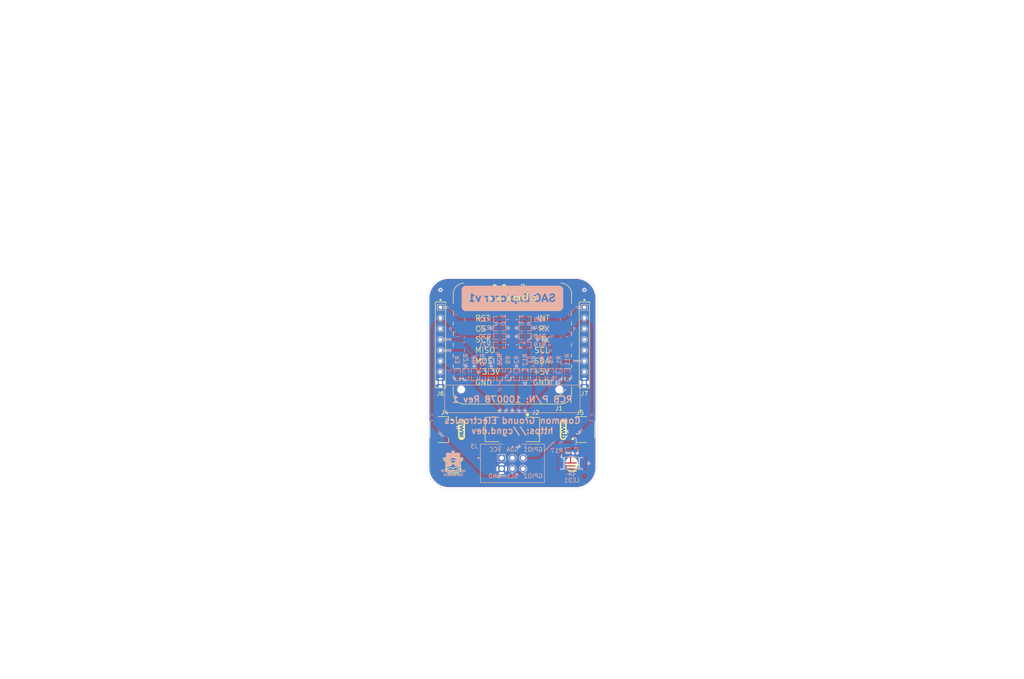
<source format=kicad_pcb>
(kicad_pcb (version 20240108) (generator "pcbnew") (generator_version "8.0")
  (title_block (title "SAO Explorer v1") (date "2024-10-06") (rev "1") (company "Common Ground Electronics") (comment 1 "PCB P/N: ${PCB_PART_NUMBER}") (comment 3 "SPDX-License-Identifier: ${SPDX_LICENSE_ID}") (comment 4 "SPDX-FileCopyrightText: © ${COPYRIGHT_HOLDER} <${COPYRIGHT_HOLDER_CONTACT}>"))
  (layers (0 "F.Cu" signal) (1 "In1.Cu" power) (2 "In2.Cu" power) (31 "B.Cu" signal) (34 "B.Paste" user) (35 "F.Paste" user) (36 "B.SilkS" user "B.Silkscreen") (37 "F.SilkS" user "F.Silkscreen") (38 "B.Mask" user) (39 "F.Mask" user) (44 "Edge.Cuts" user))
  (property "COMPANY_URL" "https://cgnd.dev")
  (property "COPYRIGHT_HOLDER" "Common Ground Electronics")
  (property "COPYRIGHT_HOLDER_CONTACT" "${COMPANY_URL}")
  (property "PCB_PART_NUMBER" "100078")
  (property "SPDX_LICENSE_ID" "CERN-OHL-P-2.0")
  (net 0 "")
  (net 1 "/BINHO_IO1")
  (net 2 "/MIKROBUS_PWM")
  (net 3 "/~{MIKROBUS_RST}")
  (net 4 "GND")
  (net 5 "/BINHO_IO0")
  (net 6 "/BINHO_IO3")
  (net 7 "/I2C_SDA")
  (net 8 "/BINHO_IO2")
  (net 9 "/BINHO_IO4")
  (net 10 "/SPI_PICO")
  (net 11 "/~{SPI_CS}")
  (net 12 "+3.3V")
  (net 13 "+5V")
  (net 14 "/I2C_SCL")
  (net 15 "/SPI_POCI")
  (net 16 "/SPI_SCK")
  (net 21 "/MIKROBUS_AN")
  (net 22 "Net-(LED1-Cathode)")
  (net 23 "/~{MIKROBUS_INT}")
  (net 24 "/MIKROBUS_RX")
  (net 25 "/MIKROBUS_TX")
  (footprint "SAO_Explorer:MIKROE_MIKROE-4248" (layer "F.Cu") (at 139.7 98.95)
    (property "Reference" "J1")
    (property "Value" "mikroBUS Socket" (hide yes))
  )
  (footprint "SAO_Explorer:LOGO_SPARKFUN_QWIIC_500X160_SILKSCREEN" (layer "F.Cu") (at 127.7 118.95 -90)
    (property "Reference" "LOGO4" (hide yes))
    (property "Value" "Qwiic logo" (hide yes))
  )
  (footprint "SAO_Explorer:FIDC50M100K100L" (layer "F.Cu") (at 139.7 130.95)
    (property "Reference" "FID1" (hide yes))
    (property "Value" "Fiducial" (hide yes))
  )
  (footprint "SAO_Explorer:LOGO_SPARKFUN_QWIIC_500X160_SILKSCREEN" (layer "F.Cu") (at 151.7 118.95 90)
    (property "Reference" "LOGO3" (hide yes))
    (property "Value" "Qwiic logo" (hide yes))
  )
  (footprint "SAO_Explorer:LOGO_LEGO_EXPLORER_OUTLINE_500X500_SILKSCREEN" (layer "F.Cu") (at 125.7 126.95)
    (property "Reference" "LOGO1" (hide yes))
    (property "Value" "LEGO explorer logo" (hide yes))
  )
  (footprint "SAO_Explorer:FIDC50M100K100L" (layer "F.Cu") (at 156.7 85.95)
    (property "Reference" "FID3" (hide yes))
    (property "Value" "Fiducial" (hide yes))
  )
  (footprint "SAO_Explorer:LOGO_CGND_500X500_BACKLIT" (layer "F.Cu") (at 153.7 126.95)
    (property "Reference" "LOGO2" (hide yes))
    (property "Value" "CGND logo" (hide yes))
  )
  (footprint "SAO_Explorer:JST_SM04B-SRxS" (layer "F.Cu") (at 156.97 118.95 90)
    (property "Reference" "J5")
    (property "Value" "Qwiic RA" (hide yes))
  )
  (footprint "SAO_Explorer:JST_SM04B-SRxS" (layer "F.Cu") (at 122.43 118.95 -90)
    (property "Reference" "J4")
    (property "Value" "Qwiic RA" (hide yes))
  )
  (footprint "SAO_Explorer:FIDC50M100K100L" (layer "F.Cu") (at 122.7 85.95)
    (property "Reference" "FID2" (hide yes))
    (property "Value" "Fiducial" (hide yes))
  )
  (footprint "SAO_Explorer:HDRV8W67P254_8X1_2032X241H858" (layer "F.Cu") (at 156.7 90.06 -90)
    (property "Reference" "J7")
    (property "Value" "Header 1x8" (hide yes))
  )
  (footprint "SAO_Explorer:HDRV8W67P254_8X1_2032X241H858" (layer "F.Cu") (at 122.7 90.06 -90)
    (property "Reference" "J6")
    (property "Value" "Header 1x8" (hide yes))
  )
  (footprint "SAO_Explorer:SAMTEC_SHF-105-01-x-D-SM" (layer "F.Cu") (at 139.7 118.95 180)
    (property "Reference" "J2")
    (property "Value" "Binho Nova Header" (hide yes))
  )
  (footprint "SAO_Explorer:RESC160X80X55L25N" (layer "B.Cu") (at 138.7 105.95 -90)
    (property "Reference" "R9")
    (property "Value" "0 Ω" (hide yes))
  )
  (footprint "SAO_Explorer:RESC160X80X55L25N" (layer "B.Cu") (at 136.7 92.95 180)
    (property "Reference" "R23")
    (property "Value" "10 kΩ" (hide yes))
  )
  (footprint "SAO_Explorer:LOGO_OSHW_570X600_SILKSCREEN" (layer "B.Cu") (at 125.7 126.95 180)
    (property "Reference" "LOGO5" (hide yes))
    (property "Value" "OSHW logo" (hide yes))
  )
  (footprint "SAO_Explorer:SUNLED_XZVG45WT-9_CGND_LOGO" (layer "B.Cu") (at 153.7 126.95)
    (property "Reference" "LED1")
    (property "Value" "GREEN" (hide yes))
  )
  (footprint "SAO_Explorer:RESC160X80X55L25N" (layer "B.Cu") (at 140.7 105.95 -90)
    (property "Reference" "R2")
    (property "Value" "0 Ω" (hide yes))
  )
  (footprint "SAO_Explorer:RESC160X80X55L25N" (layer "B.Cu") (at 153.7 123.95 180)
    (property "Reference" "R17")
    (property "Value" "470 Ω" (hide yes))
  )
  (footprint "SAO_Explorer:FIDC50M100K100L" (layer "B.Cu") (at 156.7 85.95 180)
    (property "Reference" "FID4" (hide yes))
    (property "Value" "Fiducial" (hide yes))
  )
  (footprint "SAO_Explorer:SHDRV6W64P254_3X2_1512X910H910_SAO_V2" (layer "B.Cu") (at 137.16 125.68)
    (property "Reference" "J3")
    (property "Value" "SAO Header" (hide yes))
  )
  (footprint "SAO_Explorer:RESC160X80X55L25N" (layer "B.Cu") (at 152.7 105.95 -90)
    (property "Reference" "R11")
    (property "Value" "10 kΩ" (hide yes))
  )
  (footprint "SAO_Explorer:RESC160X80X55L25N" (layer "B.Cu") (at 136.7 94.95)
    (property "Reference" "R22")
    (property "Value" "10 kΩ" (hide yes))
  )
  (footprint "SAO_Explorer:RESC160X80X55L25N" (layer "B.Cu") (at 150.7 105.95 -90)
    (property "Reference" "R1")
    (property "Value" "0 Ω" (hide yes))
  )
  (footprint "SAO_Explorer:RESC160X80X55L25N" (layer "B.Cu") (at 126.7 105.95 -90)
    (property "Reference" "R3")
    (property "Value" "0 Ω" (hide yes))
  )
  (footprint "SAO_Explorer:FIDC50M100K100L" (layer "B.Cu") (at 122.7 85.95 180)
    (property "Reference" "FID5" (hide yes))
    (property "Value" "Fiducial" (hide yes))
  )
  (footprint "SAO_Explorer:RESC160X80X55L25N" (layer "B.Cu") (at 146.7 105.95 -90)
    (property "Reference" "R4")
    (property "Value" "0 Ω" (hide yes))
  )
  (footprint "SAO_Explorer:RESC160X80X55L25N" (layer "B.Cu") (at 148.7 105.95 -90)
    (property "Reference" "R5")
    (property "Value" "0 Ω" (hide yes))
  )
  (footprint "SAO_Explorer:RESC160X80X55L25N" (layer "B.Cu") (at 132.7 105.95 -90)
    (property "Reference" "R10")
    (property "Value" "0 Ω" (hide yes))
  )
  (footprint "SAO_Explorer:RESC160X80X55L25N" (layer "B.Cu") (at 128.7 105.95 -90)
    (property "Reference" "R27")
    (property "Value" "0 Ω" (hide yes))
  )
  (footprint "SAO_Explorer:RESC160X80X55L25N" (layer "B.Cu") (at 144.7 105.95 -90)
    (property "Reference" "R6")
    (property "Value" "0 Ω" (hide yes))
  )
  (footprint "SAO_Explorer:FIDC50M100K100L" (layer "B.Cu") (at 156.7 129.95 180)
    (property "Reference" "FID6" (hide yes))
    (property "Value" "Fiducial" (hide yes))
  )
  (footprint "SAO_Explorer:RESC160X80X55L25N" (layer "B.Cu") (at 142.7 94.95 180)
    (property "Reference" "R24")
    (property "Value" "10 kΩ" (hide yes))
  )
  (footprint "SAO_Explorer:RESC160X80X55L25N" (layer "B.Cu") (at 130.7 105.95 -90)
    (property "Reference" "R8")
    (property "Value" "0 Ω" (hide yes))
  )
  (footprint "SAO_Explorer:RESC160X80X55L25N" (layer "B.Cu") (at 136.7 98.95 180)
    (property "Reference" "R21")
    (property "Value" "10 kΩ" (hide yes))
  )
  (footprint "SAO_Explorer:RESC160X80X55L25N" (layer "B.Cu") (at 142.7 96.95 180)
    (property "Reference" "R18")
    (property "Value" "10 kΩ" (hide yes))
  )
  (footprint "SAO_Explorer:RESC160X80X55L25N" (layer "B.Cu") (at 136.7 96.95)
    (property "Reference" "R20")
    (property "Value" "10 kΩ" (hide yes))
  )
  (footprint "SAO_Explorer:RESC160X80X55L25N" (layer "B.Cu") (at 136.7 105.95 -90)
    (property "Reference" "R26")
    (property "Value" "0 Ω" (hide yes))
  )
  (footprint "SAO_Explorer:RESC160X80X55L25N" (layer "B.Cu") (at 142.7 92.95)
    (property "Reference" "R25")
    (property "Value" "10 kΩ" (hide yes))
  )
  (footprint "SAO_Explorer:RESC160X80X55L25N" (layer "B.Cu") (at 134.7 105.95 -90)
    (property "Reference" "R7")
    (property "Value" "0 Ω" (hide yes))
  )
  (footprint "SAO_Explorer:RESC160X80X55L25N" (layer "B.Cu") (at 142.7 105.95 -90)
    (property "Reference" "R12")
    (property "Value" "10 kΩ" (hide yes))
  )
  (footprint "SAO_Explorer:RESC160X80X55L25N" (layer "B.Cu") (at 142.7 98.95)
    (property "Reference" "R19")
    (property "Value" "10 kΩ" (hide yes))
  )
  (gr_poly (pts (xy 134.995297 87.638327) (xy 135.083667 87.693091) (xy 135.109699 87.721939) (xy 135.157624 87.811058) (xy 135.18016 87.904633) (xy 134.607286 87.904633) (xy 134.607889 87.896606) (xy 134.634079 87.80093) (xy 134.678855 87.722916) (xy 134.752107 87.657447) (xy 134.85191 87.624269) (xy 134.892811 87.6218)) (fill solid) (layer "B.SilkS"))
  (gr_poly (pts (xy 127.7 87.95) (xy 127.7 88.95) (arc (start 127.7 89.95) (mid 127.992893 90.657107) (end 128.7 90.95)) (arc (start 150.7 90.95) (mid 151.407107 90.657107) (end 151.7 89.95)) (xy 151.7 88.95) (xy 151.7 87.95) (xy 150 87.95) (xy 150 89.55) (xy 129.4 89.55) (xy 129.4 87.95)) (fill solid) (layer "B.SilkS"))
  (gr_poly (pts (xy 140.096459 87.636981) (xy 140.187019 87.687691) (xy 140.226098 87.729755) (xy 140.275809 87.82398) (xy 140.299709 87.922755) (xy 140.307596 88.027396) (xy 140.307675 88.039944) (xy 140.301029 88.14647) (xy 140.278055 88.248518) (xy 140.23383 88.340935) (xy 140.223656 88.355505) (xy 140.150658 88.424565) (xy 140.058426 88.461751) (xy 139.986252 88.468834) (xy 139.883235 88.452897) (xy 139.797666 88.405087) (xy 139.750313 88.355505) (xy 139.700531 88.267501) (xy 139.673206 88.170567) (xy 139.663216 88.069541) (xy 139.662874 88.045317) (xy 139.669675 87.938825) (xy 139.693183 87.837541) (xy 139.738437 87.746845) (xy 139.748848 87.732686) (xy 139.823128 87.665115) (xy 139.917742 87.62873) (xy 139.992114 87.6218)) (fill solid) (layer "B.SilkS"))
  (gr_rect (start 123.7 108.45) (end 155.7 114.95) (stroke (width 0.15)) (fill none) (layer "B.SilkS"))
  (gr_poly (pts (xy 137.667209 87.634672) (xy 137.755538 87.678075) (xy 137.809071 87.730732) (xy 137.857741 87.81659) (xy 137.884455 87.913677) (xy 137.894222 88.016554) (xy 137.894556 88.041409) (xy 137.88791 88.150026) (xy 137.864936 88.252856) (xy 137.820711 88.344261) (xy 137.810537 88.358436) (xy 137.736989 88.42571) (xy 137.643108 88.461934) (xy 137.569225 88.468834) (xy 137.470022 88.455789) (xy 137.38142 88.411802) (xy 137.328401 88.358436) (xy 137.280288 88.271167) (xy 137.253879 88.172096) (xy 137.244223 88.066862) (xy 137.243893 88.041409) (xy 137.250694 87.935269) (xy 137.274202 87.834557) (xy 137.319456 87.744711) (xy 137.329867 87.730732) (xy 137.403597 87.664352) (xy 137.496562 87.628608) (xy 137.569225 87.6218)) (fill solid) (layer "B.SilkS"))
  (gr_poly (pts (xy 147.602368 87.999888) (xy 147.145363 87.999888) (xy 147.373865 87.322439)) (fill solid) (layer "B.SilkS"))
  (gr_poly (pts (xy 129.4 87.95) (xy 129.4 86.55) (xy 150 86.55) (xy 150 87.95) (xy 151.7 87.95) (xy 151.7 86.95) (arc (start 151.7 85.95) (mid 151.407107 85.242893) (end 150.7 84.95)) (arc (start 128.7 84.95) (mid 127.992893 85.242893) (end 127.7 85.95)) (xy 127.7 86.95) (xy 127.7 87.95)) (fill solid) (layer "B.SilkS"))
  (gr_poly (pts (xy 150.049507 89.59622) (xy 129.315321 89.59622) (xy 129.315321 88.593398) (xy 129.537543 88.593398) (xy 129.563171 88.688691) (xy 129.591765 88.725289) (xy 129.676479 88.774657) (xy 129.721702 88.78) (xy 130.537473 88.78) (xy 130.633165 88.75414) (xy 130.668876 88.725289) (xy 130.71648 88.639232) (xy 130.721632 88.593398) (xy 130.696696 88.496573) (xy 130.668876 88.460041) (xy 130.583889 88.410233) (xy 130.537473 88.404842) (xy 130.287857 88.404842) (xy 130.287857 87.318792) (xy 130.37725 87.401493) (xy 130.456335 87.462529) (xy 130.481786 87.477208) (xy 130.563363 87.498213) (xy 130.659991 87.467164) (xy 130.687927 87.443014) (xy 130.691502 87.436664) (xy 131.002511 87.436664) (xy 131.004328 87.536094) (xy 131.00935 87.549504) (xy 131.4739 88.677906) (xy 131.52969 88.759205) (xy 131.551081 88.776092) (xy 131.644687 88.810713) (xy 131.658548 88.811263) (xy 131.755253 88.785457) (xy 131.767969 88.777557) (xy 131.833282 88.701353) (xy 131.843684 88.677906) (xy 132.274528 87.549504) (xy 132.283579 87.467438) (xy 133.074179 87.467438) (xy 133.101424 87.562521) (xy 133.131821 87.59933) (xy 133.219256 87.648006) (xy 133.274458 87.654528) (xy 133.372763 87.667074) (xy 133.443474 87.698981) (xy 133.515332 87.768474) (xy 133.539706 87.813775) (xy 133.565121 87.911568) (xy 133.568527 87.967159) (xy 133.568527 88.626127) (xy 133.595079 88.720307) (xy 133.624703 88.756552) (xy 133.712817 88.80592) (xy 133.760502 88.811263) (xy 133.856697 88.785403) (xy 133.893858 88.756552) (xy 133.944107 88.671397) (xy 133.949546 88.626127) (xy 133.949546 87.930523) (xy 134.21919 87.930523) (xy 134.235044 88.030296) (xy 134.275366 88.09612) (xy 134.361471 88.145064) (xy 134.443405 88.154738) (xy 135.17704 88.154738) (xy 135.1616 88.230506) (xy 135.12088 88.322193) (xy 135.093579 88.359413) (xy 135.013483 88.426092) (xy 134.916076 88.461995) (xy 134.84152 88.468834) (xy 134.742526 88.456622) (xy 134.695952 88.437571) (xy 134.614985 88.376755) (xy 134.589462 88.350621) (xy 134.5836 88.344759) (xy 134.51277 88.289071) (xy 134.426796 88.268066) (xy 134.329618 88.296918) (xy 134.304186 88.319357) (xy 134.259307 88.408201) (xy 134.256315 88.443433) (xy 134.278511 88.542751) (xy 134.334961 88.624661) (xy 134.413968 88.692248) (xy 134.505582 88.743621) (xy 134.545498 88.76046) (xy 134.639463 88.789384) (xy 134.740009 88.806301) (xy 134.837124 88.811263) (xy 134.939676 88.805462) (xy 135.036793 88.78806) (xy 135.139554 88.754614) (xy 135.214724 88.71845) (xy 135.302703 88.660022) (xy 135.379244 88.589152) (xy 135.444348 88.50584) (xy 135.475575 88.45418) (xy 135.516608 88.364939) (xy 135.545917 88.268677) (xy 135.563502 88.165393) (xy 135.569364 88.055087) (xy 135.564113 87.94936) (xy 135.548359 87.848579) (xy 135.522103 87.752745) (xy 135.485345 87.661856) (xy 135.432558 87.568025) (xy 135.368721 87.486018) (xy 135.348895 87.467438) (xy 135.702232 87.467438) (xy 135.729477 87.562521) (xy 135.759874 87.59933) (xy 135.847309 87.648006) (xy 135.902511 87.654528) (xy 136.000816 87.667074) (xy 136.071527 87.698981) (xy 136.143385 87.768474) (xy 136.167759 87.813775) (xy 136.193174 87.911568) (xy 136.19658 87.967159) (xy 136.19658 88.626127) (xy 136.223132 88.720307) (xy 136.252756 88.756552) (xy 136.34087 88.80592) (xy 136.388555 88.811263) (xy 136.48475 88.785403) (xy 136.521911 88.756552) (xy 136.57216 88.671397) (xy 136.577599 88.626127) (xy 136.577599 88.041409) (xy 136.862874 88.041409) (xy 136.868492 88.148143) (xy 136.885345 88.249504) (xy 136.913433 88.345491) (xy 136.952756 88.436106) (xy 137.008681 88.528799) (xy 137.075888 88.609591) (xy 137.154379 88.678481) (xy 137.20286 88.711612) (xy 137.296893 88.759783) (xy 137.39819 88.792189) (xy 137.506751 88.80883) (xy 137.570202 88.811263) (xy 137.670799 88.805034) (xy 137.776892 88.783138) (xy 137.875488 88.745477) (xy 137.937054 88.711612) (xy 138.021144 88.649332) (xy 138.094259 88.575152) (xy 138.156401 88.489071) (xy 138.186182 88.436106) (xy 138.225291 88.345491) (xy 138.253227 88.249504) (xy 138.269988 88.148143) (xy 138.275575 88.041409) (xy 138.269988 87.936934) (xy 138.253227 87.837466) (xy 138.225291 87.743005) (xy 138.186182 87.653551) (xy 138.130137 87.561369) (xy 138.063118 87.481011) (xy 137.985125 87.412477) (xy 137.937054 87.379511) (xy 137.843455 87.331104) (xy 137.74236 87.298539) (xy 137.633769 87.281816) (xy 137.570202 87.279371) (xy 137.469757 87.28563) (xy 137.363617 87.307633) (xy 137.264742 87.345479) (xy 137.20286 87.379511) (xy 137.118101 87.441477) (xy 137.044625 87.515266) (xy 136.982432 87.600879) (xy 136.952756 87.653551) (xy 136.913433 87.743005) (xy 136.885345 87.837466) (xy 136.868492 87.936934) (xy 136.862874 88.041409) (xy 136.577599 88.041409) (xy 136.577599 87.495771) (xy 136.551278 87.40159) (xy 136.521911 87.365345) (xy 136.43661 87.317099) (xy 136.382693 87.310635) (xy 136.287594 87.333565) (xy 136.248359 87.363879) (xy 136.200676 87.453541) (xy 136.19787 87.482465) (xy 136.141503 87.405034) (xy 136.071527 87.338967) (xy 135.98546 87.292466) (xy 135.901046 87.279371) (xy 135.805448 87.300552) (xy 135.758897 87.333593) (xy 135.707766 87.419945) (xy 135.702232 87.467438) (xy 135.348895 87.467438) (xy 135.293832 87.415835) (xy 135.247452 87.381953) (xy 135.156876 87.332365) (xy 135.058803 87.299006) (xy 134.953234 87.281876) (xy 134.891346 87.279371) (xy 134.783068 87.286945) (xy 134.6819 87.309665) (xy 134.587842 87.347532) (xy 134.538659 87.375115) (xy 134.457511 87.433139) (xy 134.38067 87.508034) (xy 134.317854 87.5939) (xy 134.301744 87.6218) (xy 134.258209 87.717016) (xy 134.230799 87.813378) (xy 134.220236 87.904633) (xy 134.219512 87.910884) (xy 134.21919 87.930523) (xy 133.949546 87.930523) (xy 133.949546 87.495771) (xy 133.923225 87.40159) (xy 133.893858 87.365345) (xy 133.808557 87.317099) (xy 133.75464 87.310635) (xy 133.659541 87.333565) (xy 133.620306 87.363879) (xy 133.572623 87.453541) (xy 133.569817 87.482465) (xy 133.51345 87.405034) (xy 133.443474 87.338967) (xy 133.357407 87.292466) (xy 133.272993 87.279371) (xy 133.177395 87.300552) (xy 133.130844 87.333593) (xy 133.079713 87.419945) (xy 133.074179 87.467438) (xy 132.283579 87.467438) (xy 132.285568 87.449401) (xy 132.283321 87.438129) (xy 132.236811 87.349347) (xy 132.223237 87.336036) (xy 132.132026 87.296446) (xy 132.106489 87.295003) (xy 132.010746 87.321183) (xy 131.999022 87.329197) (xy 131.934569 87.40433) (xy 131.930146 87.413705) (xy 131.634739 88.191205) (xy 131.331262 87.413705) (xy 131.271013 87.333477) (xy 131.265317 87.329197) (xy 131.172724 87.295137) (xy 131.166154 87.295003) (xy 131.072174 87.326419) (xy 131.06113 87.336036) (xy 131.007935 87.418494) (xy 131.002511 87.436664) (xy 130.691502 87.436664) (xy 130.735972 87.35767) (xy 130.741172 87.313077) (xy 130.72554 87.241758) (xy 130.678645 87.182163) (xy 130.34676 86.903237) (xy 138.594068 86.903237) (xy 138.594068 88.62173) (xy 138.620619 88.717275) (xy 138.650243 88.754598) (xy 138.738358 88.805729) (xy 138.786042 88.811263) (xy 138.882238 88.78448) (xy 138.919399 88.754598) (xy 138.969648 88.667449) (xy 138.975086 88.62173) (xy 138.975086 88.041409) (xy 139.281855 88.041409) (xy 139.28203 88.045317) (xy 139.286466 88.144419) (xy 139.300296 88.242909) (xy 139.326876 88.348311) (xy 139.355617 88.426336) (xy 139.402517 88.518746) (xy 139.460237 88.600336) (xy 139.528775 88.671107) (xy 139.571527 88.70575) (xy 139.655853 88.756754) (xy 139.748911 88.791067) (xy 139.850701 88.808687) (xy 139.911025 88.811263) (xy 140.015851 88.80247) (xy 140.115459 88.7731) (xy 140.163084 88.748736) (xy 140.24472 88.687701) (xy 140.307675 88.621522) (xy 140.307675 89.184466) (xy 140.334227 89.282613) (xy 140.363851 89.319288) (xy 140.451966 89.368655) (xy 140.49965 89.373998) (xy 140.597798 89.34837) (xy 140.634472 89.319776) (xy 140.683399 89.233425) (xy 140.688694 89.185931) (xy 140.688694 87.495771) (xy 140.956384 87.495771) (xy 140.984205 87.590864) (xy 140.995463 87.607634) (xy 141.330703 88.064054) (xy 140.992532 88.511332) (xy 140.957267 88.60555) (xy 140.956384 88.626127) (xy 140.983134 88.724116) (xy 141.008164 88.756552) (xy 141.094962 88.806935) (xy 141.135659 88.811263) (xy 141.220167 88.791723) (xy 141.284158 88.73799) (xy 141.58145 88.34478) (xy 141.876203 88.735059) (xy 141.940683 88.791723) (xy 142.024703 88.811263) (xy 142.121935 88.782999) (xy 142.153663 88.756552) (xy 142.201708 88.671397) (xy 142.206908 88.626127) (xy 142.202319 88.60903) (xy 142.394486 88.60903) (xy 142.421689 88.705841) (xy 142.442846 88.731639) (xy 142.532239 88.776977) (xy 142.569853 88.78) (xy 143.310885 88.78) (xy 143.501395 88.78) (xy 143.597766 88.757069) (xy 143.638171 88.726755) (xy 143.686657 88.638325) (xy 143.691904 88.588513) (xy 143.691904 87.782023) (xy 144.704047 87.782023) (xy 144.704064 87.782512) (xy 144.707893 87.893043) (xy 144.719434 87.999323) (xy 144.738668 88.100863) (xy 144.765596 88.197663) (xy 144.800217 88.289724) (xy 144.813467 88.319357) (xy 144.865286 88.416891) (xy 144.925426 88.504326) (xy 144.993888 88.581663) (xy 145.07067 88.648902) (xy 145.118283 88.682791) (xy 145.206529 88.73285) (xy 145.299871 88.770613) (xy 145.398309 88.796082) (xy 145.501843 88.809255) (xy 145.563293 88.811263) (xy 145.671024 88.805115) (xy 145.773239 88.786672) (xy 145.869937 88.755934) (xy 145.961119 88.712901) (xy 146.010746 88.682791) (xy 146.045401 88.656489) (xy 146.532323 88.656489) (xy 146.536845 88.680348) (xy 146.584671 88.769178) (xy 146.602302 88.785373) (xy 146.692844 88.824907) (xy 146.72247 88.826894) (xy 146.820898 88.803594) (xy 146.837752 88.794166) (xy 146.902774 88.718672) (xy 146.907606 88.704773) (xy 147.029862 88.342316) (xy 147.717869 88.342316) (xy 147.840125 88.704773) (xy 147.896117 88.785716) (xy 147.908513 88.794166) (xy 148.002846 88.826095) (xy 148.021841 88.826894) (xy 148.117055 88.80393) (xy 148.146894 88.782442) (xy 148.202946 88.701525) (xy 148.211374 88.674487) (xy 148.21015 88.573456) (xy 148.204047 88.556273) (xy 148.069563 88.20896) (xy 148.373551 88.20896) (xy 148.380541 88.31212) (xy 148.406363 88.42097) (xy 148.451213 88.517431) (xy 148.515089 88.601503) (xy 148.572365 88.65397) (xy 148.665139 88.715259) (xy 148.754223 88.755811) (xy 148.852134 88.785303) (xy 148.958872 88.803736) (xy 149.074437 88.811109) (xy 149.094556 88.811263) (xy 149.198878 88.806866) (xy 149.2974 88.793677) (xy 149.401303 88.768329) (xy 149.47704 88.740921) (xy 149.56526 88.698146) (xy 149.649142 88.643096) (xy 149.724222 88.573395) (xy 149.735938 88.559692) (xy 149.791602 88.475566) (xy 149.822914 88.382259) (xy 149.827285 88.331081) (xy 149.804354 88.234951) (xy 149.77404 88.193328) (xy 149.68815 88.142638) (xy 149.641172 88.137152) (xy 149.550802 88.165973) (xy 149.484896 88.243402) (xy 149.477529 88.254389) (xy 149.476063 88.255854) (xy 149.474598 88.25732) (xy 149.417086 88.337143) (xy 149.391555 88.366252) (xy 149.311871 88.423313) (xy 149.27725 88.439036) (xy 149.181371 88.463131) (xy 149.088206 88.468834) (xy 148.987765 88.461792) (xy 148.890644 88.435312) (xy 148.842497 88.409239) (xy 148.77389 88.332408) (xy 148.75457 88.242177) (xy 148.778475 88.14564) (xy 148.797068 88.118101) (xy 148.870832 88.051349) (xy 148.906978 88.030174) (xy 148.998889 87.98712) (xy 149.092602 87.949574) (xy 149.187324 87.915615) (xy 149.281036 87.881207) (xy 149.312421 87.869462) (xy 149.407248 87.828032) (xy 149.501813 87.773469) (xy 149.583549 87.710481) (xy 149.630913 87.66381) (xy 149.688058 87.583962) (xy 149.7265 87.49005) (xy 149.746241 87.382073) (xy 149.749127 87.316008) (xy 149.741447 87.215057) (xy 149.715257 87.112717) (xy 149.670481 87.019497) (xy 149.608283 86.937428) (xy 149.530501 86.869211) (xy 149.446266 86.819218) (xy 149.35082 86.781608) (xy 149.245834 86.757928) (xy 149.143189 86.748526) (xy 149.107257 86.747899) (xy 149.001631 86.753671) (xy 148.903352 86.770988) (xy 148.80373 86.803369) (xy 148.795114 86.807006) (xy 148.707509 86.85152) (xy 148.628134 86.909691) (xy 148.579692 86.959902) (xy 148.526598 87.043837) (xy 148.502326 87.144343) (xy 148.502023 87.15725) (xy 148.525744 87.25547) (xy 148.547941 87.28621) (xy 148.638341 87.33338) (xy 148.678366 87.336524) (xy 148.765805 87.3121) (xy 148.831262 87.239316) (xy 148.848848 87.213914) (xy 148.916829 87.141983) (xy 148.949476 87.122079) (xy 149.044544 87.094079) (xy 149.106768 87.090327) (xy 149.207991 87.101919) (xy 149.297278 87.143084) (xy 149.358148 87.222768) (xy 149.368108 87.283768) (xy 149.343064 87.381787) (xy 149.327075 87.404424) (xy 149.251743 87.469037) (xy 149.213747 87.490886) (xy 149.123008 87.532675) (xy 149.027372 87.570609) (xy 149.019818 87.57344) (xy 148.926623 87.60346) (xy 148.923098 87.604703) (xy 148.828893 87.639032) (xy 148.73528 87.679714) (xy 148.645748 87.727549) (xy 148.630983 87.736594) (xy 148.550246 87.796861) (xy 148.482422 87.869218) (xy 148.444382 87.924173) (xy 148.401219 88.018031) (xy 148.379154 88.117705) (xy 148.373551 88.20896) (xy 148.069563 88.20896) (xy 147.570969 86.921311) (xy 147.520093 86.83572) (xy 147.494277 86.813356) (xy 147.398625 86.780364) (xy 147.372156 86.779162) (xy 147.273934 86.800032) (xy 147.251988 86.813356) (xy 147.187624 86.890934) (xy 147.173342 86.921311) (xy 146.757959 87.999888) (xy 146.543684 88.556273) (xy 146.532323 88.656489) (xy 146.045401 88.656489) (xy 146.091736 88.621322) (xy 146.164592 88.549755) (xy 146.229314 88.46809) (xy 146.285901 88.376327) (xy 146.314584 88.319357) (xy 146.351604 88.228877) (xy 146.380965 88.133657) (xy 146.402666 88.033696) (xy 146.416708 87.928996) (xy 146.423091 87.819556) (xy 146.423516 87.782023) (xy 146.419532 87.671965) (xy 146.407579 87.566372) (xy 146.387658 87.465244) (xy 146.359769 87.368581) (xy 146.323911 87.276383) (xy 146.310188 87.246643) (xy 146.256516 87.148422) (xy 146.194663 87.060205) (xy 146.124628 86.981993) (xy 146.046413 86.913786) (xy 145.998045 86.879302) (xy 145.90875 86.828101) (xy 145.814827 86.789476) (xy 145.716275 86.763426) (xy 145.613096 86.749952) (xy 145.552058 86.747899) (xy 145.446895 86.754187) (xy 145.346827 86.77305) (xy 145.251855 86.804489) (xy 145.161979 86.848504) (xy 145.112909 86.879302) (xy 145.032393 86.941722) (xy 144.960105 87.014007) (xy 144.896044 87.096156) (xy 144.840212 87.18817) (xy 144.812002 87.245177) (xy 144.769937 87.351009) (xy 144.742105 87.446893) (xy 144.721864 87.547552) (xy 144.709212 87.652984) (xy 144.704152 87.763191) (xy 144.704047 87.782023) (xy 143.691904 87.782023) (xy 143.691904 87.004842) (xy 143.668763 86.906758) (xy 143.638171 86.865624) (xy 143.550434 86.815816) (xy 143.501395 86.810425) (xy 143.434961 86.810425) (xy 142.600627 86.810425) (xy 142.505414 86.835408) (xy 142.475575 86.858785) (xy 142.428863 86.946163) (xy 142.425749 86.981884) (xy 142.453776 87.079153) (xy 142.475575 87.104982) (xy 142.564418 87.149862) (xy 142.600627 87.152854) (xy 143.310885 87.152854) (xy 143.310885 87.593468) (xy 142.709071 87.593468) (xy 142.612168 87.618198) (xy 142.583042 87.641339) (xy 142.537461 87.732239) (xy 142.53517 87.763461) (xy 142.559901 87.858817) (xy 142.583042 87.888025) (xy 142.671702 87.932904) (xy 142.709071 87.935896) (xy 143.310885 87.935896) (xy 143.310885 88.437571) (xy 142.569853 88.437571) (xy 142.472247 88.462554) (xy 142.442846 88.485931) (xy 142.397509 88.573309) (xy 142.394486 88.60903) (xy 142.202319 88.60903) (xy 142.181174 88.530261) (xy 142.17076 88.514263) (xy 141.813381 88.038019) (xy 142.136566 87.610565) (xy 142.174271 87.519453) (xy 142.175645 87.495771) (xy 142.148138 87.397781) (xy 142.1224 87.365345) (xy 142.034504 87.314962) (xy 141.993928 87.310635) (xy 141.90942 87.328709) (xy 141.84494 87.383907) (xy 141.56158 87.758688) (xy 141.288555 87.38635) (xy 141.223098 87.330174) (xy 141.140544 87.310635) (xy 141.043256 87.338898) (xy 141.011095 87.365345) (xy 140.961727 87.4505) (xy 140.956384 87.495771) (xy 140.688694 87.495771) (xy 140.688694 87.4733) (xy 140.665343 87.376298) (xy 140.634472 87.335059) (xy 140.547009 87.28481) (xy 140.499162 87.279371) (xy 140.401118 87.304616) (xy 140.357989 87.33799) (xy 140.309874 87.425655) (xy 140.308562 87.458146) (xy 140.233849 87.386025) (xy 140.190927 87.356064) (xy 140.102272 87.3124) (xy 140.002881 87.286861) (xy 139.903209 87.279371) (xy 139.797628 87.28795) (xy 139.700701 87.313684) (xy 139.612431 87.356574) (xy 139.567131 87.387815) (xy 139.493406 87.453795) (xy 139.4305 87.530285) (xy 139.378413 87.617285) (xy 139.354151 87.67016) (xy 139.319204 87.770031) (xy 139.295693 87.873458) (xy 139.28362 87.980439) (xy 139.281855 88.041409) (xy 138.975086 88.041409) (xy 138.975086 86.903237) (xy 138.948765 86.808385) (xy 138.919399 86.771835) (xy 138.832229 86.722026) (xy 138.786042 86.716636) (xy 138.687433 86.742726) (xy 138.650243 86.771835) (xy 138.599554 86.857661) (xy 138.594068 86.903237) (xy 130.34676 86.903237) (xy 130.265387 86.834849) (xy 130.185763 86.782093) (xy 130.100767 86.763531) (xy 130.005718 86.788144) (xy 129.963991 86.820683) (xy 129.913591 86.904732) (xy 129.906838 86.956482) (xy 129.906838 88.404842) (xy 129.721702 88.404842) (xy 129.623965 88.433358) (xy 129.591765 88.460041) (xy 129.542838 88.546582) (xy 129.537543 88.593398) (xy 129.315321 88.593398) (xy 129.315321 86.494414) (xy 150.049507 86.494414)) (fill solid) (layer "B.SilkS"))
  (gr_poly (pts (xy 145.666814 87.102624) (xy 145.759756 87.139512) (xy 145.81584 87.177766) (xy 145.889708 87.253375) (xy 145.945593 87.340303) (xy 145.982902 87.423963) (xy 146.014329 87.526984) (xy 146.032662 87.626718) (xy 146.041566 87.733098) (xy 146.042497 87.782512) (xy 146.038864 87.881155) (xy 146.026092 87.98505) (xy 146.004123 88.081448) (xy 145.984368 88.141549) (xy 145.943075 88.232119) (xy 145.886193 88.315988) (xy 145.817306 88.383349) (xy 145.730523 88.435442) (xy 145.633574 88.463491) (xy 145.563293 88.468834) (xy 145.460368 88.456813) (xy 145.367746 88.420749) (xy 145.311723 88.383349) (xy 145.237626 88.309046) (xy 145.181772 88.223676) (xy 145.144661 88.141549) (xy 145.113234 88.03953) (xy 145.094901 87.9398) (xy 145.085997 87.832574) (xy 145.085065 87.782512) (xy 145.08978 87.673178) (xy 145.103922 87.57049) (xy 145.127492 87.474448) (xy 145.144661 87.423963) (xy 145.186516 87.331704) (xy 145.243907 87.246308) (xy 145.313188 87.177766) (xy 145.399421 87.124483) (xy 145.494722 87.095792) (xy 145.563293 87.090327)) (fill solid) (layer "B.SilkS"))
  (gr_line (start 154.7 132.95) (end 124.7 132.95) (stroke (width 0.05)) (layer "Edge.Cuts"))
  (gr_line (start 119.7 127.95) (end 119.7 87.95) (stroke (width 0.05)) (layer "Edge.Cuts"))
  (gr_arc (start 124.7 132.95) (mid 121.164466 131.485534) (end 119.7 127.95) (stroke (width 0.05)) (layer "Edge.Cuts"))
  (gr_arc (start 159.7 127.95) (mid 158.235534 131.485534) (end 154.7 132.95) (stroke (width 0.05)) (layer "Edge.Cuts"))
  (gr_line (start 124.7 82.95) (end 154.7 82.95) (stroke (width 0.05)) (layer "Edge.Cuts"))
  (gr_arc (start 119.7 87.95) (mid 121.164466 84.414466) (end 124.7 82.95) (stroke (width 0.05)) (layer "Edge.Cuts"))
  (gr_line (start 159.7 87.95) (end 159.7 127.95) (stroke (width 0.05)) (layer "Edge.Cuts"))
  (gr_arc (start 154.7 82.95) (mid 158.235534 84.414466) (end 159.7 87.95) (stroke (width 0.05)) (layer "Edge.Cuts"))
  (gr_text "PCB P/N: ${PCB_PART_NUMBER} Rev ${REVISION}" (at 139.7 110.95 0) (layer "B.SilkS") (effects (font (size 1.5 1.5) (thickness 0.3) (bold yes)) (justify top mirror)))
  (gr_text "${COMPANY}\n${COMPANY_URL}" (at 139.7 115.95 0) (layer "B.SilkS") (effects (font (size 1.5 1.5) (thickness 0.3) (bold yes)) (justify top mirror)))
  (segment (start 140.97 116.6575) (end 140.97 114.720868) (width 0.1524) (layer "F.Cu") (net 1))
  (segment (start 140.97 114.720868) (end 141.208036 114.482832) (width 0.1524) (layer "F.Cu") (net 1))
  (via (at 141.208036 114.482832) (size 0.508) (drill 0.254) (layers "F.Cu" "B.Cu") (net 1))
  (segment (start 141.208036 114.441964) (end 141.208036 114.482832) (width 0.1524) (layer "B.Cu") (net 1))
  (segment (start 144.7 110.95) (end 141.208036 114.441964) (width 0.1524) (layer "B.Cu") (net 1))
  (segment (start 144.7 106.7414) (end 144.7 110.95) (width 0.1524) (layer "B.Cu") (net 1))
  (segment (start 146.7 106.7414) (end 144.7 106.7414) (width 0.1524) (layer "B.Cu") (net 1))
  (segment (start 152.58 90.06) (end 156.7 90.06) (width 0.1524) (layer "F.Cu") (net 2))
  (segment (start 131.7 100.95) (end 140.2 100.95) (width 0.1524) (layer "F.Cu") (net 2))
  (segment (start 140.2 100.95) (end 144.7 96.45) (width 0.1524) (layer "F.Cu") (net 2))
  (segment (start 128.7 103.95) (end 131.7 100.95) (width 0.1524) (layer "F.Cu") (net 2))
  (segment (start 144.7 96.45) (end 144.7 94.95) (width 0.1524) (layer "F.Cu") (net 2))
  (via (at 128.7 103.95) (size 0.508) (drill 0.254) (layers "F.Cu" "B.Cu") (net 2))
  (via (at 144.7 94.95) (size 0.508) (drill 0.254) (layers "F.Cu" "B.Cu") (net 2))
  (segment (start 143.4914 94.95) (end 144.7 94.95) (width 0.1524) (layer "B.Cu") (net 2))
  (segment (start 143.4914 94.95) (end 143.4914 92.95) (width 0.1524) (layer "B.Cu") (net 2))
  (segment (start 143.4914 92.95) (end 152.2 92.95) (width 0.1524) (layer "B.Cu") (net 2))
  (segment (start 155.09 90.06) (end 156.7 90.06) (width 0.1524) (layer "B.Cu") (net 2))
  (segment (start 128.7 105.1586) (end 128.7 103.95) (width 0.1524) (layer "B.Cu") (net 2))
  (segment (start 152.2 92.95) (end 155.09 90.06) (width 0.1524) (layer "B.Cu") (net 2))
  (segment (start 126.82 92.6) (end 122.7 92.6) (width 0.1524) (layer "F.Cu") (net 3))
  (segment (start 132.7 129.95) (end 120.7 117.95) (width 0.1524) (layer "B.Cu") (net 3))
  (segment (start 136.7 105.1586) (end 136.7 101.45) (width 0.1524) (layer "B.Cu") (net 3))
  (segment (start 127.05 96.95) (end 135.9086 96.95) (width 0.1524) (layer "B.Cu") (net 3))
  (segment (start 142.28 128.22) (end 140.55 129.95) (width 0.1524) (layer "B.Cu") (net 3))
  (segment (start 135.9086 100.6586) (end 135.9086 98.95) (width 0.1524) (layer "B.Cu") (net 3))
  (segment (start 140.55 129.95) (end 132.7 129.95) (width 0.1524) (layer "B.Cu") (net 3))
  (segment (start 120.7 117.95) (end 120.7 94.6) (width 0.1524) (layer "B.Cu") (net 3))
  (segment (start 122.7 92.6) (end 127.05 96.95) (width 0.1524) (layer "B.Cu") (net 3))
  (segment (start 120.7 94.6) (end 122.7 92.6) (width 0.1524) (layer "B.Cu") (net 3))
  (segment (start 136.7 101.45) (end 135.9086 100.6586) (width 0.1524) (layer "B.Cu") (net 3))
  (segment (start 135.9086 98.95) (end 135.9086 96.95) (width 0.1524) (layer "B.Cu") (net 3))
  (segment (start 142.24 120.7225) (end 142.24 122.49) (width 0.254) (layer "F.Cu") (net 4))
  (segment (start 142.24 122.49) (end 142.7 122.95) (width 0.254) (layer "F.Cu") (net 4))
  (segment (start 139.7 120.7225) (end 139.7 122.95) (width 0.254) (layer "F.Cu") (net 4))
  (segment (start 124.88 117.45) (end 126.7 117.45) (width 0.254) (layer "F.Cu") (net 4))
  (segment (start 137.16 122.49) (end 136.7 122.95) (width 0.254) (layer "F.Cu") (net 4))
  (segment (start 154.52 120.45) (end 152.7 120.45) (width 0.254) (layer "F.Cu") (net 4))
  (segment (start 137.16 120.7225) (end 137.16 122.49) (width 0.254) (layer "F.Cu") (net 4))
  (via (at 152.7 120.45) (size 0.508) (drill 0.254) (layers "F.Cu" "B.Cu") (net 4))
  (via (at 139.7 122.95) (size 0.508) (drill 0.254) (layers "F.Cu" "B.Cu") (net 4))
  (via (at 142.7 122.95) (size 0.508) (drill 0.254) (layers "F.Cu" "B.Cu") (net 4))
  (via (at 154.7 122.45) (size 0.508) (drill 0.254) (layers "F.Cu" "B.Cu") (net 4))
  (via (at 126.7 117.45) (size 0.508) (drill 0.254) (layers "F.Cu" "B.Cu") (net 4))
  (via (at 138.7 92.95) (size 0.508) (drill 0.254) (layers "F.Cu" "B.Cu") (net 4))
  (via (at 138.7 98.95) (size 0.508) (drill 0.254) (layers "F.Cu" "B.Cu") (net 4))
  (via (at 140.7 92.95) (size 0.508) (drill 0.254) (layers "F.Cu" "B.Cu") (net 4))
  (via (at 140.7 98.95) (size 0.508) (drill 0.254) (layers "F.Cu" "B.Cu") (net 4))
  (via (at 136.7 122.95) (size 0.508) (drill 0.254) (layers "F.Cu" "B.Cu") (net 4))
  (segment (start 154.5164 123.95) (end 154.5164 122.6336) (width 0.254) (layer "B.Cu") (net 4))
  (segment (start 141.9086 98.95) (end 140.7 98.95) (width 0.1524) (layer "B.Cu") (net 4))
  (segment (start 141.9086 92.95) (end 140.7 92.95) (width 0.1524) (layer "B.Cu") (net 4))
  (segment (start 137.4914 98.95) (end 138.7 98.95) (width 0.1524) (layer "B.Cu") (net 4))
  (segment (start 137.4914 92.95) (end 138.7 92.95) (width 0.1524) (layer "B.Cu") (net 4))
  (segment (start 154.5164 122.6336) (end 154.7 122.45) (width 0.254) (layer "B.Cu") (net 4))
  (segment (start 142.24 114.91) (end 142.7 114.45) (width 0.1524) (layer "F.Cu") (net 5))
  (segment (start 142.24 116.6575) (end 142.24 114.91) (width 0.1524) (layer "F.Cu") (net 5))
  (via (at 142.7 114.45) (size 0.508) (drill 0.254) (layers "F.Cu" "B.Cu") (net 5))
  (segment (start 150.7 106.7414) (end 148.7 106.7414) (width 0.1524) (layer "B.Cu") (net 5))
  (segment (start 148.7 108.45) (end 142.7 114.45) (width 0.1524) (layer "B.Cu") (net 5))
  (segment (start 148.7 106.7414) (end 148.7 108.45) (width 0.1524) (layer "B.Cu") (net 5))
  (segment (start 138.43 116.6575) (end 138.43 114.68) (width 0.1524) (layer "F.Cu") (net 6))
  (segment (start 138.43 114.68) (end 138.2 114.45) (width 0.1524) (layer "F.Cu") (net 6))
  (via (at 138.2 114.45) (size 0.508) (drill 0.254) (layers "F.Cu" "B.Cu") (net 6))
  (segment (start 134.7 106.7414) (end 136.7 106.7414) (width 0.1524) (layer "B.Cu") (net 6))
  (segment (start 136.7 106.7414) (end 136.7 112.95) (width 0.1524) (layer "B.Cu") (net 6))
  (segment (start 136.7 112.95) (end 138.2 114.45) (width 0.1524) (layer "B.Cu") (net 6))
  (segment (start 132.7 106.7414) (end 134.7 106.7414) (width 0.1524) (layer "B.Cu") (net 6))
  (segment (start 145.45 104.95) (end 141.2 104.95) (width 0.1524) (layer "F.Cu") (net 7))
  (segment (start 132.2 123.95) (end 127.7 119.45) (width 0.1524) (layer "F.Cu") (net 7))
  (segment (start 123.45 119.2) (end 123.7 119.45) (width 0.1524) (layer "F.Cu") (net 7))
  (segment (start 123.7 119.45) (end 124.88 119.45) (width 0.1524) (layer "F.Cu") (net 7))
  (segment (start 147.2 123.95) (end 152.7 118.45) (width 0.1524) (layer "F.Cu") (net 7))
  (segment (start 147.64 102.76) (end 145.45 104.95) (width 0.1524) (layer "F.Cu") (net 7))
  (segment (start 152.58 102.76) (end 147.64 102.76) (width 0.1524) (layer "F.Cu") (net 7))
  (segment (start 131.7 114.45) (end 125.7 114.45) (width 0.1524) (layer "F.Cu") (net 7))
  (segment (start 127.7 119.45) (end 124.88 119.45) (width 0.1524) (layer "F.Cu") (net 7))
  (segment (start 152.58 102.76) (end 156.7 102.76) (width 0.1524) (layer "F.Cu") (net 7))
  (segment (start 152.7 118.45) (end 154.52 118.45) (width 0.1524) (layer "F.Cu") (net 7))
  (segment (start 139.74 125.68) (end 139.74 125.41) (width 0.1524) (layer "F.Cu") (net 7))
  (segment (start 141.2 123.95) (end 147.2 123.95) (width 0.1524) (layer "F.Cu") (net 7))
  (segment (start 141.2 104.95) (end 131.7 114.45) (width 0.1524) (layer "F.Cu") (net 7))
  (segment (start 138.2 123.95) (end 132.2 123.95) (width 0.1524) (layer "F.Cu") (net 7))
  (segment (start 123.45 116.7) (end 123.45 119.2) (width 0.1524) (layer "F.Cu") (net 7))
  (segment (start 139.74 125.41) (end 141.2 123.95) (width 0.1524) (layer "F.Cu") (net 7))
  (segment (start 125.7 114.45) (end 123.45 116.7) (width 0.1524) (layer "F.Cu") (net 7))
  (segment (start 139.74 125.49) (end 138.2 123.95) (width 0.1524) (layer "F.Cu") (net 7))
  (segment (start 139.74 125.68) (end 139.74 125.49) (width 0.1524) (layer "F.Cu") (net 7))
  (segment (start 151.89 102.76) (end 156.7 102.76) (width 0.1524) (layer "B.Cu") (net 7))
  (segment (start 150.7 105.1586) (end 152.7 105.1586) (width 0.1524) (layer "B.Cu") (net 7))
  (segment (start 150.7 103.95) (end 151.89 102.76) (width 0.1524) (layer "B.Cu") (net 7))
  (segment (start 150.7 105.1586) (end 150.7 103.95) (width 0.1524) (layer "B.Cu") (net 7))
  (segment (start 139.7 116.6575) (end 139.7 114.45) (width 0.1524) (layer "F.Cu") (net 8))
  (via (at 139.7 114.45) (size 0.508) (drill 0.254) (layers "F.Cu" "B.Cu") (net 8))
  (segment (start 140.7 113.45) (end 139.7 114.45) (width 0.1524) (layer "B.Cu") (net 8))
  (segment (start 140.7 106.7414) (end 138.7 106.7414) (width 0.1524) (layer "B.Cu") (net 8))
  (segment (start 140.7 106.7414) (end 140.7 113.45) (width 0.1524) (layer "B.Cu") (net 8))
  (segment (start 137.16 114.91) (end 136.7 114.45) (width 0.1524) (layer "F.Cu") (net 9))
  (segment (start 137.16 116.6575) (end 137.16 114.91) (width 0.1524) (layer "F.Cu") (net 9))
  (via (at 136.7 114.45) (size 0.508) (drill 0.254) (layers "F.Cu" "B.Cu") (net 9))
  (segment (start 126.7 106.7414) (end 128.7 106.7414) (width 0.1524) (layer "B.Cu") (net 9))
  (segment (start 128.7 106.7414) (end 130.7 106.7414) (width 0.1524) (layer "B.Cu") (net 9))
  (segment (start 130.7 106.7414) (end 130.7 108.45) (width 0.1524) (layer "B.Cu") (net 9))
  (segment (start 130.7 108.45) (end 136.7 114.45) (width 0.1524) (layer "B.Cu") (net 9))
  (segment (start 126.82 102.76) (end 122.7 102.76) (width 0.1524) (layer "F.Cu") (net 10))
  (segment (start 126.7 105.1586) (end 125.0986 105.1586) (width 0.1524) (layer "B.Cu") (net 10))
  (segment (start 125.0986 105.1586) (end 122.7 102.76) (width 0.1524) (layer "B.Cu") (net 10))
  (segment (start 132.7 91.95) (end 129.51 95.14) (width 0.1524) (layer "F.Cu") (net 11))
  (segment (start 147.2 97.7) (end 147.2 93.95) (width 0.1524) (layer "F.Cu") (net 11))
  (segment (start 129.51 95.14) (end 126.82 95.14) (width 0.1524) (layer "F.Cu") (net 11))
  (segment (start 126.82 95.14) (end 122.7 95.14) (width 0.1524) (layer "F.Cu") (net 11))
  (segment (start 145.2 91.95) (end 132.7 91.95) (width 0.1524) (layer "F.Cu") (net 11))
  (segment (start 147.2 93.95) (end 145.2 91.95) (width 0.1524) (layer "F.Cu") (net 11))
  (via (at 147.2 97.7) (size 0.508) (drill 0.254) (layers "F.Cu" "B.Cu") (net 11))
  (segment (start 147.2 97.7) (end 148.7 99.2) (width 0.1524) (layer "B.Cu") (net 11))
  (segment (start 148.7 99.2) (end 148.7 105.1586) (width 0.1524) (layer "B.Cu") (net 11))
  (segment (start 126.82 105.3) (end 122.7 105.3) (width 0.254) (layer "F.Cu") (net 12))
  (segment (start 124.88 118.45) (end 126.7 118.45) (width 0.254) (layer "F.Cu") (net 12))
  (segment (start 140.97 120.7225) (end 140.97 122.72) (width 0.254) (layer "F.Cu") (net 12))
  (segment (start 140.97 122.72) (end 141.2 122.95) (width 0.254) (layer "F.Cu") (net 12))
  (segment (start 154.52 119.45) (end 152.7 119.45) (width 0.254) (layer "F.Cu") (net 12))
  (via (at 150.2 107.95) (size 0.508) (drill 0.254) (layers "F.Cu" "B.Cu") (net 12))
  (via (at 126.7 118.45) (size 0.508) (drill 0.254) (layers "F.Cu" "B.Cu") (net 12))
  (via (at 140.7 94.95) (size 0.508) (drill 0.254) (layers "F.Cu" "B.Cu") (net 12))
  (via (at 140.7 96.95) (size 0.508) (drill 0.254) (layers "F.Cu" "B.Cu") (net 12))
  (via (at 138.7 94.95) (size 0.508) (drill 0.254) (layers "F.Cu" "B.Cu") (net 12))
  (via (at 142.7 107.95) (size 0.508) (drill 0.254) (layers "F.Cu" "B.Cu") (net 12))
  (via (at 141.2 122.95) (size 0.508) (drill 0.254) (layers "F.Cu" "B.Cu") (net 12))
  (via (at 152.7 119.45) (size 0.508) (drill 0.254) (layers "F.Cu" "B.Cu") (net 12))
  (via (at 138.7 96.95) (size 0.508) (drill 0.254) (layers "F.Cu" "B.Cu") (net 12))
  (via (at 157.7 126.95) (size 0.508) (drill 0.254) (layers "F.Cu" "B.Cu") (net 12))
  (segment (start 141.9086 94.95) (end 140.7 94.95) (width 0.1524) (layer "B.Cu") (net 12))
  (segment (start 151.4914 107.95) (end 150.2 107.95) (width 0.254) (layer "B.Cu") (net 12))
  (segment (start 156.3 126.95) (end 157.7 126.95) (width 0.254) (layer "B.Cu") (net 12))
  (segment (start 137.4914 96.95) (end 138.7 96.95) (width 0.1524) (layer "B.Cu") (net 12))
  (segment (start 141.9086 96.95) (end 140.7 96.95) (width 0.1524) (layer "B.Cu") (net 12))
  (segment (start 137.4914 94.95) (end 138.7 94.95) (width 0.1524) (layer "B.Cu") (net 12))
  (segment (start 152.7 106.7414) (end 151.4914 107.95) (width 0.254) (layer "B.Cu") (net 12))
  (segment (start 142.7 106.7414) (end 142.7 107.95) (width 0.254) (layer "B.Cu") (net 12))
  (segment (start 148.7 107.2) (end 148.7 112.95) (width 0.254) (layer "F.Cu") (net 13))
  (segment (start 152.58 105.3) (end 156.7 105.3) (width 0.254) (layer "F.Cu") (net 13))
  (segment (start 148.7 112.95) (end 142.95 118.7) (width 0.254) (layer "F.Cu") (net 13))
  (segment (start 138.43 118.97) (end 138.43 120.7225) (width 0.254) (layer "F.Cu") (net 13))
  (segment (start 150.6 105.3) (end 148.7 107.2) (width 0.254) (layer "F.Cu") (net 13))
  (segment (start 138.7 118.7) (end 138.43 118.97) (width 0.254) (layer "F.Cu") (net 13))
  (segment (start 152.58 105.3) (end 150.6 105.3) (width 0.254) (layer "F.Cu") (net 13))
  (segment (start 142.95 118.7) (end 138.7 118.7) (width 0.254) (layer "F.Cu") (net 13))
  (segment (start 152.58 100.22) (end 156.7 100.22) (width 0.1524) (layer "F.Cu") (net 14))
  (segment (start 154.52 117.45) (end 155.7 117.45) (width 0.1524) (layer "F.Cu") (net 14))
  (segment (start 131.2 113.45) (end 140.7 103.95) (width 0.1524) (layer "F.Cu") (net 14))
  (segment (start 138.2 129.95) (end 136.2 129.95) (width 0.1524) (layer "F.Cu") (net 14))
  (segment (start 140.7 103.95) (end 144.95 103.95) (width 0.1524) (layer "F.Cu") (net 14))
  (segment (start 148.68 100.22) (end 152.58 100.22) (width 0.1524) (layer "F.Cu") (net 14))
  (segment (start 139.74 128.41) (end 138.2 129.95) (width 0.1524) (layer "F.Cu") (net 14))
  (segment (start 139.74 128.22) (end 139.74 128.41) (width 0.1524) (layer "F.Cu") (net 14))
  (segment (start 124.88 120.45) (end 123.2 120.45) (width 0.1524) (layer "F.Cu") (net 14))
  (segment (start 141.2 129.95) (end 139.74 128.49) (width 0.1524) (layer "F.Cu") (net 14))
  (segment (start 151.95 121.2) (end 143.2 129.95) (width 0.1524) (layer "F.Cu") (net 14))
  (segment (start 144.95 103.95) (end 148.68 100.22) (width 0.1524) (layer "F.Cu") (net 14))
  (segment (start 143.2 129.95) (end 141.2 129.95) (width 0.1524) (layer "F.Cu") (net 14))
  (segment (start 122.45 119.7) (end 122.45 116.2) (width 0.1524) (layer "F.Cu") (net 14))
  (segment (start 125.2 113.45) (end 131.2 113.45) (width 0.1524) (layer "F.Cu") (net 14))
  (segment (start 155.95 117.7) (end 155.95 120.95) (width 0.1524) (layer "F.Cu") (net 14))
  (segment (start 139.74 128.49) (end 139.74 128.22) (width 0.1524) (layer "F.Cu") (net 14))
  (segment (start 123.2 120.45) (end 122.45 119.7) (width 0.1524) (layer "F.Cu") (net 14))
  (segment (start 136.2 129.95) (end 126.7 120.45) (width 0.1524) (layer "F.Cu") (net 14))
  (segment (start 126.7 120.45) (end 124.88 120.45) (width 0.1524) (layer "F.Cu") (net 14))
  (segment (start 155.7 121.2) (end 151.95 121.2) (width 0.1524) (layer "F.Cu") (net 14))
  (segment (start 155.7 117.45) (end 155.95 117.7) (width 0.1524) (layer "F.Cu") (net 14))
  (segment (start 155.95 120.95) (end 155.7 121.2) (width 0.1524) (layer "F.Cu") (net 14))
  (segment (start 122.45 116.2) (end 125.2 113.45) (width 0.1524) (layer "F.Cu") (net 14))
  (via (at 140.7 103.95) (size 0.508) (drill 0.254) (layers "F.Cu" "B.Cu") (net 14))
  (segment (start 140.7 105.1586) (end 140.7 103.95) (width 0.1524) (layer "B.Cu") (net 14))
  (segment (start 142.7 105.1586) (end 140.7 105.1586) (width 0.1524) (layer "B.Cu") (net 14))
  (segment (start 126.82 100.22) (end 122.7 100.22) (width 0.1524) (layer "F.Cu") (net 15))
  (segment (start 132.2 105.95) (end 138.45 105.95) (width 0.1524) (layer "B.Cu") (net 15))
  (segment (start 138.7 105.7) (end 138.7 105.1586) (width 0.1524) (layer "B.Cu") (net 15))
  (segment (start 138.45 105.95) (end 138.7 105.7) (width 0.1524) (layer "B.Cu") (net 15))
  (segment (start 122.7 100.22) (end 128.47 100.22) (width 0.1524) (layer "B.Cu") (net 15))
  (segment (start 131.7 103.45) (end 131.7 105.45) (width 0.1524) (layer "B.Cu") (net 15))
  (segment (start 131.7 105.45) (end 132.2 105.95) (width 0.1524) (layer "B.Cu") (net 15))
  (segment (start 128.47 100.22) (end 131.7 103.45) (width 0.1524) (layer "B.Cu") (net 15))
  (segment (start 126.82 97.68) (end 122.7 97.68) (width 0.1524) (layer "F.Cu") (net 16))
  (segment (start 132.7 102.95) (end 132.7 105.1586) (width 0.1524) (layer "B.Cu") (net 16))
  (segment (start 122.7 97.68) (end 127.43 97.68) (width 0.1524) (layer "B.Cu") (net 16))
  (segment (start 127.43 97.68) (end 132.7 102.95) (width 0.1524) (layer "B.Cu") (net 16))
  (segment (start 145.2 93.95) (end 135.7 93.95) (width 0.1524) (layer "F.Cu") (net 21))
  (segment (start 135.7 93.95) (end 134.7 94.95) (width 0.1524) (layer "F.Cu") (net 21))
  (segment (start 145.7 94.45) (end 145.2 93.95) (width 0.1524) (layer "F.Cu") (net 21))
  (segment (start 145.7 97.7) (end 145.7 94.45) (width 0.1524) (layer "F.Cu") (net 21))
  (segment (start 126.82 90.06) (end 122.7 90.06) (width 0.1524) (layer "F.Cu") (net 21))
  (via (at 134.7 94.95) (size 0.508) (drill 0.254) (layers "F.Cu" "B.Cu") (net 21))
  (via (at 145.7 97.7) (size 0.508) (drill 0.254) (layers "F.Cu" "B.Cu") (net 21))
  (segment (start 135.9086 94.95) (end 134.7 94.95) (width 0.1524) (layer "B.Cu") (net 21))
  (segment (start 127.2 92.95) (end 135.9086 92.95) (width 0.1524) (layer "B.Cu") (net 21))
  (segment (start 124.31 90.06) (end 127.2 92.95) (width 0.1524) (layer "B.Cu") (net 21))
  (segment (start 146.7 98.7) (end 145.7 97.7) (width 0.1524) (layer "B.Cu") (net 21))
  (segment (start 135.9086 94.95) (end 135.9086 92.95) (width 0.1524) (layer "B.Cu") (net 21))
  (segment (start 122.7 90.06) (end 124.31 90.06) (width 0.1524) (layer "B.Cu") (net 21))
  (segment (start 146.7 105.1586) (end 146.7 98.7) (width 0.1524) (layer "B.Cu") (net 21))
  (segment (start 151.1 126.95) (end 151.1 124.55) (width 0.1524) (layer "B.Cu") (net 22))
  (segment (start 151.1 124.55) (end 151.7 123.95) (width 0.1524) (layer "B.Cu") (net 22))
  (segment (start 151.7 123.95) (end 152.9086 123.95) (width 0.1524) (layer "B.Cu") (net 22))
  (segment (start 152.58 92.6) (end 156.7 92.6) (width 0.1524) (layer "F.Cu") (net 23))
  (segment (start 149.7 121.95) (end 153.2 121.95) (width 0.1524) (layer "B.Cu") (net 23))
  (segment (start 142.28 125.68) (end 145.97 125.68) (width 0.1524) (layer "B.Cu") (net 23))
  (segment (start 143.4914 98.95) (end 143.4914 102.7414) (width 0.1524) (layer "B.Cu") (net 23))
  (segment (start 153.2 121.95) (end 158.45 116.7) (width 0.1524) (layer "B.Cu") (net 23))
  (segment (start 144.7 103.95) (end 144.7 105.1586) (width 0.1524) (layer "B.Cu") (net 23))
  (segment (start 156.7 92.6) (end 152.35 96.95) (width 0.1524) (layer "B.Cu") (net 23))
  (segment (start 158.45 116.7) (end 158.45 94.35) (width 0.1524) (layer "B.Cu") (net 23))
  (segment (start 143.4914 102.7414) (end 144.7 103.95) (width 0.1524) (layer "B.Cu") (net 23))
  (segment (start 158.45 94.35) (end 156.7 92.6) (width 0.1524) (layer "B.Cu") (net 23))
  (segment (start 143.4914 96.95) (end 143.4914 98.95) (width 0.1524) (layer "B.Cu") (net 23))
  (segment (start 145.97 125.68) (end 149.7 121.95) (width 0.1524) (layer "B.Cu") (net 23))
  (segment (start 152.35 96.95) (end 143.4914 96.95) (width 0.1524) (layer "B.Cu") (net 23))
  (segment (start 143.95 101.95) (end 150.76 95.14) (width 0.1524) (layer "F.Cu") (net 24))
  (segment (start 152.58 95.14) (end 156.7 95.14) (width 0.1524) (layer "F.Cu") (net 24))
  (segment (start 150.76 95.14) (end 152.58 95.14) (width 0.1524) (layer "F.Cu") (net 24))
  (segment (start 132.7 101.95) (end 143.95 101.95) (width 0.1524) (layer "F.Cu") (net 24))
  (segment (start 130.7 103.95) (end 132.7 101.95) (width 0.1524) (layer "F.Cu") (net 24))
  (via (at 130.7 103.95) (size 0.508) (drill 0.254) (layers "F.Cu" "B.Cu") (net 24))
  (segment (start 130.7 105.1586) (end 130.7 103.95) (width 0.1524) (layer "B.Cu") (net 24))
  (segment (start 135.7 102.95) (end 144.45 102.95) (width 0.1524) (layer "F.Cu") (net 25))
  (segment (start 144.45 102.95) (end 149.72 97.68) (width 0.1524) (layer "F.Cu") (net 25))
  (segment (start 149.72 97.68) (end 152.58 97.68) (width 0.1524) (layer "F.Cu") (net 25))
  (segment (start 134.7 103.95) (end 135.7 102.95) (width 0.1524) (layer "F.Cu") (net 25))
  (segment (start 152.58 97.68) (end 156.7 97.68) (width 0.1524) (layer "F.Cu") (net 25))
  (via (at 134.7 103.95) (size 0.508) (drill 0.254) (layers "F.Cu" "B.Cu") (net 25))
  (segment (start 134.7 105.1586) (end 134.7 103.95) (width 0.1524) (layer "B.Cu") (net 25))
  (zone (net 4) (net_name "GND") (layers "F.Cu" "In1.Cu" "B.Cu") (name "GND") (priority 1) (connect_pads (clearance 0.1524)) (min_thickness 0.1524) (fill yes (thermal_gap 0.5) (thermal_bridge_width 0.5))
    (polygon (pts (xy 119.7 82.95) (xy 119.7 132.95) (xy 159.7 132.95) (xy 159.7 82.95)))
  )
)
</source>
